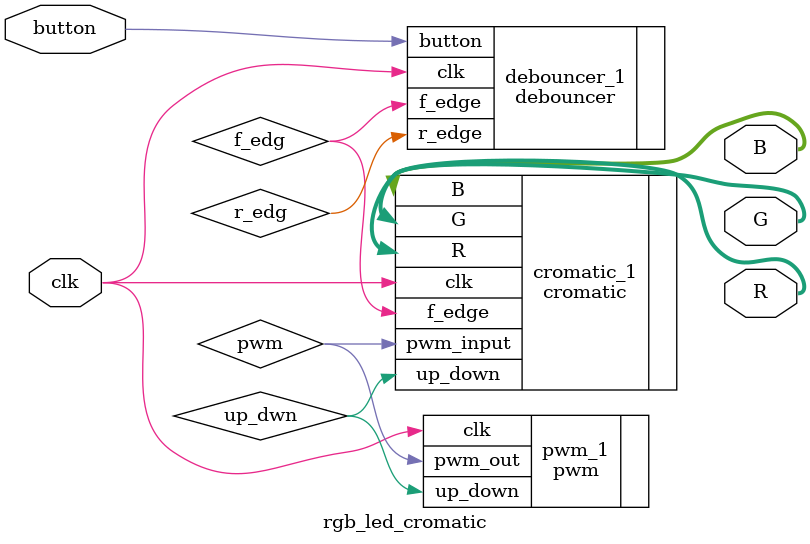
<source format=v>
/*
 * Title: CROMATIC RGB LED
 * File: rgb_led_cromatic.v
 * Name: Javier Jimenez
 * Date: 05.10.2017
 * Desc: Program that generates different combination
 * 		of colors in the RGB led matrix pcb.
 *
 */

module rgb_led_cromatic(
	input 			clk,
	input				button,
	output[24:0]	R,
	output[24:0]	G,
	output[24:0]	B
);

	wire r_edg;
	wire f_edg;
   wire pwm;
   wire up_dwn;

	debouncer debouncer_1(
		.clk(clk),
		.button(button),
		.r_edge(r_edg),
		.f_edge(f_edg)
	);

    pwm pwm_1(
    	.clk(clk),
    	.pwm_out(pwm),
    	.up_down(up_dwn)
    );

    cromatic cromatic_1(
    	.clk(clk),
    	.f_edge(f_edg),
    	.pwm_input(pwm),
    	.up_down(up_dwn),
    	.R(R),
    	.G(G),
    	.B(B)
    );

endmodule

</source>
